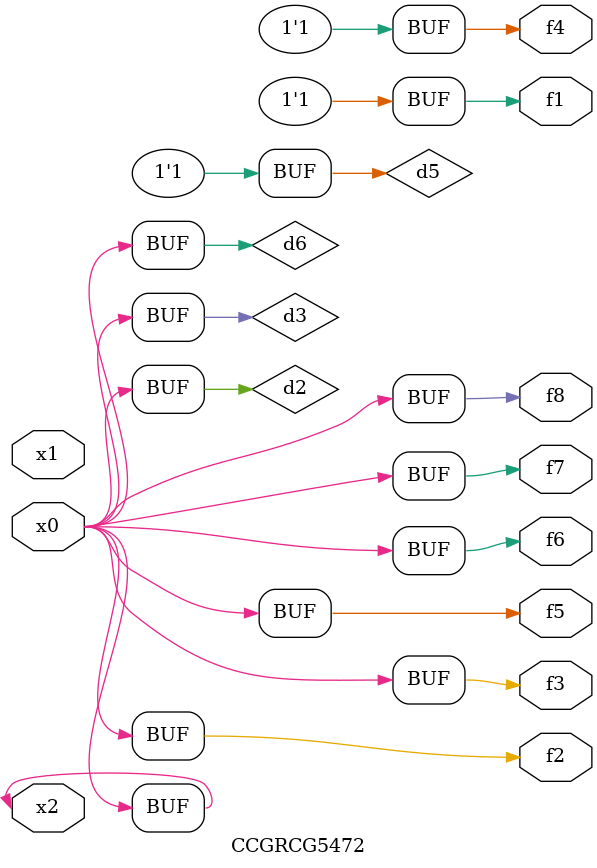
<source format=v>
module CCGRCG5472(
	input x0, x1, x2,
	output f1, f2, f3, f4, f5, f6, f7, f8
);

	wire d1, d2, d3, d4, d5, d6;

	xnor (d1, x2);
	buf (d2, x0, x2);
	and (d3, x0);
	xnor (d4, x1, x2);
	nand (d5, d1, d3);
	buf (d6, d2, d3);
	assign f1 = d5;
	assign f2 = d6;
	assign f3 = d6;
	assign f4 = d5;
	assign f5 = d6;
	assign f6 = d6;
	assign f7 = d6;
	assign f8 = d6;
endmodule

</source>
